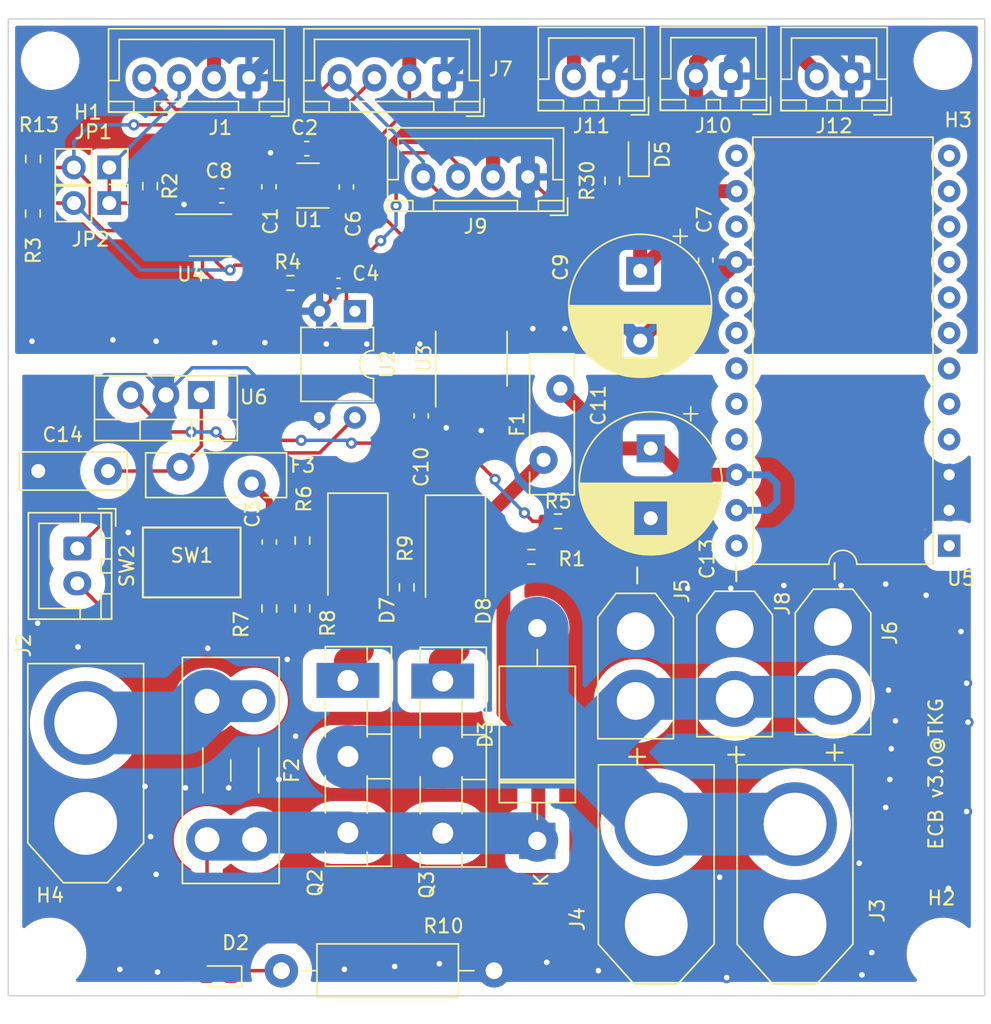
<source format=kicad_pcb>
(kicad_pcb (version 20211014) (generator pcbnew)
  (layers (0 "F.Cu" signal) (31 "B.Cu" signal) (34 "B.Paste" user) (35 "F.Paste" user) (36 "B.SilkS" user "B.Silkscreen") (37 "F.SilkS" user "F.Silkscreen") (38 "B.Mask" user) (39 "F.Mask" user) (44 "Edge.Cuts" user))
  (net 0 "")
  (net 1 "+3.3V")
  (net 2 "+BATT")
  (net 3 "Net-(C3-Pad2)")
  (net 4 "GNDPWR")
  (net 5 "/VoltageDetect")
  (net 6 "GND")
  (net 7 "Net-(D5-Pad1)")
  (net 8 "Net-(D7-Pad2)")
  (net 9 "Net-(D8-Pad2)")
  (net 10 "Net-(C4-Pad1)")
  (net 11 "Net-(D2-Pad1)")
  (net 12 "Net-(R4-Pad1)")
  (net 13 "Net-(D3-Pad2)")
  (net 14 "unconnected-(SW1-Pad1)")
  (net 15 "/PWON")
  (net 16 "Net-(F2-Pad1)")
  (net 17 "PW_Control")
  (net 18 "Net-(SW1-Pad2)")
  (net 19 "Net-(C2-Pad2)")
  (net 20 "/PWON2")
  (net 21 "+5V")
  (net 22 "+5VP")
  (net 23 "Net-(C11-Pad1)")
  (net 24 "Net-(C14-Pad1)")
  (net 25 "/PWON3")
  (net 27 "Net-(U4-Pad5)")
  (net 31 "Net-(R1-Pad2)")
  (footprint "Connector_PinHeader_2.54mm:PinHeader_1x02_P2.54mm_Vertical" (layer "F.Cu") (at 52.24 65.15 -90)
    (fp_text reference "JP1")
    (fp_text value "Jumper_2_Open")
  )
  (footprint "Connector_JST:JST_XH_B2B-XH-A_1x02_P2.50mm_Vertical" (layer "F.Cu") (at 105.45 58.625 180)
    (fp_text reference "J12")
    (fp_text value "JST XH")
  )
  (footprint "MountingHole:MountingHole_3.2mm_M3" (layer "F.Cu") (at 112 57.5)
    (fp_text reference "H3")
    (fp_text value "M3")
  )
  (footprint "Connector_JST:JST_XH_B2B-XH-A_1x02_P2.50mm_Vertical" (layer "F.Cu") (at 49.95 92.45 -90)
    (fp_text reference "SW2")
    (fp_text value "ESTOP_XH(JST)")
  )
  (footprint "Resistor_SMD:R_0603_1608Metric_Pad0.98x0.95mm_HandSolder" (layer "F.Cu") (at 46.78 64.5375 -90)
    (fp_text reference "R13")
    (fp_text value "1k")
  )
  (footprint "Resistor_SMD:R_0603_1608Metric_Pad0.98x0.95mm_HandSolder" (layer "F.Cu") (at 46.765 68.45 90)
    (fp_text reference "R3")
    (fp_text value "1k")
  )
  (footprint "Fuse:Fuseholder_Blade_Mini_Keystone_3568" (layer "F.Cu") (at 62.65 103.39 -90)
    (fp_text reference "F2")
    (fp_text value "Keystone Electronics 3568-10")
  )
  (footprint "Connector_AMASS:AMASS_XT60-F_1x02_P7.20mm_Vertical" (layer "F.Cu") (at 101.4 119.4 90)
    (fp_text reference "J3")
    (fp_text value "Output")
  )
  (footprint "Connector_JST:JST_XH_B4B-XH-A_1x04_P2.50mm_Vertical" (layer "F.Cu") (at 62.25 58.725 180)
    (fp_text reference "J1")
    (fp_text value "ControlInput")
  )
  (footprint "MountingHole:MountingHole_3.2mm_M3" (layer "F.Cu") (at 48 57.5)
    (fp_text reference "H1")
    (fp_text value "M3")
  )
  (footprint "Capacitor_SMD:C_0402_1005Metric_Pad0.74x0.62mm_HandSolder" (layer "F.Cu") (at 68.675 73.45 180)
    (fp_text reference "C4")
    (fp_text value "0.1u")
  )
  (footprint "Capacitor_SMD:C_0603_1608Metric_Pad1.08x0.95mm_HandSolder" (layer "F.Cu") (at 60.3 67.175 180)
    (fp_text reference "C8")
    (fp_text value "0.1uF")
  )
  (footprint "Resistor_THT:R_Axial_DIN0411_L9.9mm_D3.6mm_P15.24mm_Horizontal" (layer "F.Cu") (at 79.82 122.7 180)
    (fp_text reference "R10")
    (fp_text value "(DIP)4.7k")
  )
  (footprint "Capacitor_THT:CP_Radial_D10.0mm_P5.00mm" (layer "F.Cu") (at 90.3 72.557323 -90)
    (fp_text reference "C9")
    (fp_text value "(DIP)100uF")
  )
  (footprint "Fuse:Fuse_Bourns_MF-RG400" (layer "F.Cu") (at 62.45 87.8 180)
    (fp_text reference "F3")
    (fp_text value "Polyfuse(AKI-112911)")
  )
  (footprint "Package_DIP:DIP-24_W15.24mm" (layer "F.Cu") (at 112.45 92.25 180)
    (fp_text reference "U5")
    (fp_text value "MIWI10-24S05")
  )
  (footprint "Package_TO_SOT_THT:TO-220-3_Vertical" (layer "F.Cu") (at 58.84 81.45 180)
    (fp_text reference "U6")
    (fp_text value "BP5293-x")
  )
  (footprint "Capacitor_SMD:C_0603_1608Metric_Pad1.08x0.95mm_HandSolder" (layer "F.Cu") (at 94.55 88.3375 -90)
    (fp_text reference "C13")
    (fp_text value "0.1uF")
  )
  (footprint "Resistor_SMD:R_0603_1608Metric_Pad0.98x0.95mm_HandSolder" (layer "F.Cu") (at 63.7125 96.75 -90)
    (fp_text reference "R7")
    (fp_text value "TBD")
  )
  (footprint "Package_SO:SSOP-8_2.95x2.8mm_P0.65mm" (layer "F.Cu") (at 59.5 70)
    (fp_text reference "U4")
    (fp_text value "74LVC2G08")
  )
  (footprint "Diode_SMD:D_SMB_Handsoldering" (layer "F.Cu") (at 70.0625 93.0875 -90)
    (fp_text reference "D7")
    (fp_text value "U1ZB15")
  )
  (footprint "Diode_SMD:D_SMB_Handsoldering" (layer "F.Cu") (at 77.0625 93.2375 -90)
    (fp_text reference "D8")
    (fp_text value "U1ZB15")
  )
  (footprint "Diode_THT:D_DO-201_P15.24mm_Horizontal" (layer "F.Cu") (at 82.925 113.395 90)
    (fp_text reference "D3")
    (fp_text value "SBM1045VSS")
  )
  (footprint "Capacitor_SMD:C_0603_1608Metric_Pad1.08x0.95mm_HandSolder" (layer "F.Cu") (at 95 71.7875 -90)
    (fp_text reference "C7")
    (fp_text value "0.1uF")
  )
  (footprint "Resistor_SMD:R_0603_1608Metric_Pad0.98x0.95mm_HandSolder" (layer "F.Cu") (at 88.3 66.1 90)
    (fp_text reference "R30")
    (fp_text value "4.7k")
  )
  (footprint "Diode_SMD:D_0603_1608Metric_Pad1.05x0.95mm_HandSolder" (layer "F.Cu") (at 60.075 123.1 180)
    (fp_text reference "D2")
    (fp_text value "LED Red")
  )
  (footprint "Connector_JST:JST_XH_B2B-XH-A_1x02_P2.50mm_Vertical" (layer "F.Cu") (at 88.05 58.625 180)
    (fp_text reference "J11")
    (fp_text value "JST XH")
  )
  (footprint "Capacitor_SMD:C_0603_1608Metric_Pad1.08x0.95mm_HandSolder" (layer "F.Cu") (at 63.6875 66.5375 90)
    (fp_text reference "C1")
    (fp_text value "10uF")
  )
  (footprint "Capacitor_SMD:C_0603_1608Metric_Pad1.08x0.95mm_HandSolder" (layer "F.Cu") (at 69.2375 66.55 90)
    (fp_text reference "C6")
    (fp_text value "1uF")
  )
  (footprint "Capacitor_THT:CP_Radial_D10.0mm_P5.00mm" (layer "F.Cu") (at 91.05 85.282323 -90)
    (fp_text reference "C11")
    (fp_text value "(DIP)100uF")
  )
  (footprint "Connector_AMASS:AMASS_XT60-F_1x02_P7.20mm_Vertical" (layer "F.Cu") (at 91.45 119.4 90)
    (fp_text reference "J4")
    (fp_text value "Output")
  )
  (footprint "Package_SO:SOIC-8_3.9x4.9mm_P1.27mm" (layer "F.Cu") (at 78.2 78.85 90)
    (fp_text reference "U3")
    (fp_text value "Si8932")
  )
  (footprint "Connector_AMASS:AMASS_XT30U-F_1x02_P5.0mm_Vertical" (layer "F.Cu") (at 97.075 98.225 -90)
    (fp_text reference "J8")
    (fp_text value "Output")
  )
  (footprint "Resistor_SMD:R_0603_1608Metric_Pad0.98x0.95mm_HandSolder" (layer "F.Cu") (at 82.5 93.05)
    (fp_text reference "R1")
    (fp_text value "86.6k")
  )
  (footprint "Connector_AMASS:AMASS_XT30U-F_1x02_P5.0mm_Vertical" (layer "F.Cu") (at 89.975 98.375 -90)
    (fp_text reference "J5")
    (fp_text value "Output")
  )
  (footprint "Package_TO_SOT_THT:TO-3P-3_Vertical" (layer "F.Cu") (at 69.35 101.9 -90)
    (fp_text reference "Q2")
    (fp_text value "2SJ555")
  )
  (footprint "Capacitor_THT:C_Disc_D7.5mm_W2.5mm_P5.00mm" (layer "F.Cu") (at 52.15 86.9 180)
    (fp_text reference "C14")
    (fp_text value "(DIP)10uF50V")
  )
  (footprint "Connector_PinHeader_2.54mm:PinHeader_1x02_P2.54mm_Vertical" (layer "F.Cu") (at 52.24 67.7 -90)
    (fp_text reference "JP2")
    (fp_text value "Jumper_2_Open")
  )
  (footprint "XMYLIB:SSSS213202" (layer "F.Cu") (at 58.15 93.45 180)
    (fp_text reference "SW1")
    (fp_text value "SSSS213202")
  )
  (footprint "Fuse:Fuse_Bourns_MF-RG400" (layer "F.Cu") (at 83.375 86.1 90)
    (fp_text reference "F1")
    (fp_text value "Polyfuse")
  )
  (footprint "Connector_JST:JST_XH_B4B-XH-A_1x04_P2.50mm_Vertical" (layer "F.Cu") (at 82.25 65.825 180)
    (fp_text reference "J9")
    (fp_text value "ControlInput")
  )
  (footprint "Capacitor_SMD:C_0603_1608Metric_Pad1.08x0.95mm_HandSolder" (layer "F.Cu") (at 63.7125 91.9875 -90)
    (fp_text reference "C3")
    (fp_text value "0.1uF(1608)")
  )
  (footprint "Resistor_SMD:R_0603_1608Metric_Pad0.98x0.95mm_HandSolder" (layer "F.Cu") (at 66.0875 91.8875 -90)
    (fp_text reference "R6")
    (fp_text value "10k")
  )
  (footprint "Connector_AMASS:AMASS_XT30U-F_1x02_P5.0mm_Vertical" (layer "F.Cu") (at 104.125 98.075 -90)
    (fp_text reference "J6")
    (fp_text value "Output")
  )
  (footprint "Resistor_SMD:R_0603_1608Metric_Pad0.98x0.95mm_HandSolder" (layer "F.Cu") (at 84.4125 90.5)
    (fp_text reference "R5")
    (fp_text value "6.8k")
  )
  (footprint "Connector_AMASS:AMASS_XT60-M_1x02_P7.20mm_Vertical" (layer "F.Cu") (at 50.55 112.15 90)
    (fp_text reference "J2")
    (fp_text value "Battery IN")
  )
  (footprint "Connector_JST:JST_XH_B4B-XH-A_1x04_P2.50mm_Vertical" (layer "F.Cu") (at 76.25 58.725 180)
    (fp_text reference "J7")
    (fp_text value "ControlInput")
  )
  (footprint "MountingHole:MountingHole_3.2mm_M3" (layer "F.Cu") (at 112 121.5)
    (fp_text reference "H2")
    (fp_text value "M3")
  )
  (footprint "Resistor_SMD:R_0603_1608Metric_Pad0.98x0.95mm_HandSolder" (layer "F.Cu") (at 65.225 73.425)
    (fp_text reference "R4")
    (fp_text value "1k")
  )
  (footprint "Resistor_SMD:R_0603_1608Metric_Pad0.98x0.95mm_HandSolder" (layer "F.Cu") (at 55.165 66.4875 -90)
    (fp_text reference "R2")
    (fp_text value "1k")
  )
  (footprint "Resistor_SMD:R_0603_1608Metric_Pad0.98x0.95mm_HandSolder" (layer "F.Cu") (at 66.0875 96.75 -90)
    (fp_text reference "R8")
    (fp_text value "51")
  )
  (footprint "Diode_SMD:D_0603_1608Metric_Pad1.05x0.95mm_HandSolder" (layer "F.Cu") (at 90.2 64.125 90)
    (fp_text reference "D5")
    (fp_text value "LED Blue")
  )
  (footprint "Connector_JST:JST_XH_B2B-XH-A_1x02_P2.50mm_Vertical" (layer "F.Cu") (at 96.8 58.6 180)
    (fp_text reference "J10")
    (fp_text value "JST XH")
  )
  (footprint "Capacitor_SMD:C_0603_1608Metric_Pad1.08x0.95mm_HandSolder" (layer "F.Cu") (at 74.6 82.95 -90)
    (fp_text reference "C10")
    (fp_text value "0.1uF")
  )
  (footprint "Resistor_SMD:R_0603_1608Metric_Pad0.98x0.95mm_HandSolder" (layer "F.Cu") (at 73.5625 95.2375 -90)
    (fp_text reference "R9")
    (fp_text value "51")
  )
  (footprint "MountingHole:MountingHole_3.2mm_M3" (layer "F.Cu") (at 48 121.5)
    (fp_text reference "H4")
    (fp_text value "M3")
  )
  (footprint "Package_TO_SOT_THT:TO-3P-3_Vertical" (layer "F.Cu") (at 76.15 101.95 -90)
    (fp_text reference "Q3")
    (fp_text value "2SJ555")
  )
  (footprint "Package_SO:TSOP-5_1.65x3.05mm_P0.95mm" (layer "F.Cu") (at 66.4875 66.45 180)
    (fp_text reference "U1")
    (fp_text value "TAR5SB33")
  )
  (footprint "Capacitor_SMD:C_0603_1608Metric_Pad1.08x0.95mm_HandSolder" (layer "F.Cu") (at 66.4 63.8 180)
    (fp_text reference "C2")
    (fp_text value "0.01uF")
  )
  (footprint "Package_DIP:DIP-4_W7.62mm" (layer "F.Cu") (at 69.85 75.45 -90)
    (fp_text reference "U2")
    (fp_text value "PC817")
  )
  (gr_rect (start 45 124.5) (end 115 54.5) (layer "Edge.Cuts") (width 0.1) (fill none))
  (gr_text "ECB v3.0@TKG" (at 111.5 108.6 90) (layer "F.SilkS") (effects (font (size 1 1))))
  (segment (start 62.275 69.025) (end 62.4 68.9) (width 0.25) (layer "F.Cu") (net 1))
  (segment (start 63.4625 67.175) (end 63.6875 67.4) (width 0.25) (layer "F.Cu") (net 1))
  (segment (start 62.4 68.4125) (end 61.1625 67.175) (width 0.25) (layer "F.Cu") (net 1))
  (segment (start 61.2 69.025) (end 62.275 69.025) (width 0.25) (layer "F.Cu") (net 1))
  (segment (start 62.4 68.9) (end 62.4 68.4125) (width 0.25) (layer "F.Cu") (net 1))
  (segment (start 61.1625 67.175) (end 63.4625 67.175) (width 0.25) (layer "F.Cu") (net 1))
  (segment (start 63.6875 67.4) (end 65.3275 67.4) (width 0.25) (layer "F.Cu") (net 1))
  (segment (start 59.2 123.1) (end 59.25 123.05) (width 0.25) (layer "F.Cu") (net 2))
  (segment (start 79.1625 92.6375) (end 77.0625 90.5375) (width 1) (layer "F.Cu") (net 2))
  (segment (start 83 106.7) (end 83 113.32) (width 1) (layer "F.Cu") (net 2))
  (segment (start 59.25 123.05) (end 59.25 113.31) (width 0.25) (layer "F.Cu") (net 2))
  (segment (start 70.0625 90.3875) (end 66.675 90.3875) (width 0.5) (layer "F.Cu") (net 2))
  (segment (start 79.8 92) (end 79.8 89.675) (width 1) (layer "F.Cu") (net 2))
  (segment (start 66.675 90.3875) (end 66.0875 90.975) (width 0.5) (layer "F.Cu") (net 2))
  (segment (start 80.5 93.975) (end 79.1625 92.6375) (width 1) (layer "F.Cu") (net 2))
  (segment (start 80.5 94.5) (end 80.5 93.975) (width 1) (layer "F.Cu") (net 2))
  (segment (start 70.2125 90.5375) (end 70.0625 90.3875) (width 0.5) (layer "F.Cu") (net 2))
  (segment (start 65.9375 91.125) (end 66.0875 90.975) (width 0.5) (layer "F.Cu") (net 2))
  (segment (start 80.5 104.2) (end 83 106.7) (width 1) (layer "F.Cu") (net 2))
  (segment (start 79.8 89.675) (end 83.375 86.1) (width 1) (layer "F.Cu") (net 2))
  (segment (start 63.7125 91.125) (end 63.7125 89.0625) (width 0.5) (layer "F.Cu") (net 2))
  (segment (start 79.1625 92.6375) (end 79.8 92) (width 1) (layer "F.Cu") (net 2))
  (segment (start 81.5875 93.05) (end 81.5875 93.4125) (width 0.5) (layer "F.Cu") (net 2))
  (segment (start 63.7125 91.125) (end 65.9375 91.125) (width 0.5) (layer "F.Cu") (net 2))
  (segment (start 83 113.32) (end 82.925 113.395) (width 1) (layer "F.Cu") (net 2))
  (segment (start 77.0625 90.5375) (end 70.2125 90.5375) (width 1) (layer "F.Cu") (net 2))
  (segment (start 63.7125 89.0625) (end 62.45 87.8) (width 0.5) (layer "F.Cu") (net 2))
  (segment (start 81.5875 93.4125) (end 80.5 94.5) (width 1) (layer "F.Cu") (net 2))
  (segment (start 80.5 94.5) (end 80.5 104.2) (width 1) (layer "F.Cu") (net 2))
  (segment (start 69.4 112.85) (end 69.35 112.8) (width 3) (layer "B.Cu") (net 2))
  (segment (start 69.35 112.8) (end 63.16 112.8) (width 3) (layer "B.Cu") (net 2))
  (segment (start 63.16 112.8) (end 62.65 113.31) (width 3) (layer "B.Cu") (net 2))
  (segment (start 62.65 113.31) (end 59.25 113.31) (width 3) (layer "B.Cu") (net 2))
  (segment (start 82.38 112.85) (end 82.925 113.395) (width 3) (layer "B.Cu") (net 2))
  (segment (start 76.15 112.85) (end 82.38 112.85) (width 3) (layer "B.Cu") (net 2))
  (segment (start 76.15 112.85) (end 69.4 112.85) (width 3) (layer "B.Cu") (net 2))
  (segment (start 68.7375 93.1875) (end 72.4875 93.1875) (width 0.25) (layer "F.Cu") (net 3))
  (segment (start 66.0875 95.8375) (end 68.7375 93.1875) (width 0.25) (layer "F.Cu") (net 3))
  (segment (start 72.4875 93.1875) (end 73.5625 94.2625) (width 0.25) (layer "F.Cu") (net 3))
  (segment (start 66.0875 92.8) (end 63.7625 92.8) (width 0.25) (layer "F.Cu") (net 3))
  (segment (start 66.0875 95.8375) (end 66.0875 92.8) (width 0.25) (layer "F.Cu") (net 3))
  (segment (start 73.5625 94.2625) (end 73.5625 94.325) (width 0.25) (layer "F.Cu") (net 3))
  (segment (start 63.7125 92.85) (end 63.7125 95.8375) (width 0.25) (layer "F.Cu") (net 3))
  (segment (start 63.7625 92.8) (end 63.7125 92.85) (width 0.25) (layer "F.Cu") (net 3))
  (segment (start 91.05 90.282323) (end 91.025 90.257323) (width 0.25) (layer "F.Cu") (net 4))
  (segment (start 85.5 90.325) (end 85.325 90.5) (width 0.25) (layer "F.Cu") (net 4))
  (segment (start 55.65 91.3) (end 53.6 91.3) (width 0.25) (layer "F.Cu") (net 4))
  (segment (start 111.4 109) (end 108.2 109) (width 0.25) (layer "F.Cu") (net 4))
  (segment (start 65.6 101) (end 65.6 105.9) (width 0.25) (layer "F.Cu") (net 4))
  (segment (start 54.9 109.6) (end 54.8 109.5) (width 0.25) (layer "F.Cu") (net 4))
  (segment (start 74.6 83.8125) (end 76.3875 83.8125) (width 0.25) (layer "F.Cu") (net 4))
  (segment (start 112.4 116.8) (end 112.4 115.5) (width 0.25) (layer "F.Cu") (net 4))
  (segment (start 55.2 113.1) (end 55.2 115.4) (width 0.25) (layer "F.Cu") (net 4))
  (segment (start 85.4 120.3) (end 83.6 122.1) (width 0.25) (layer "F.Cu") (net 4))
  (segment (start 108.3 105.1) (end 108.6 104.8) (width 0.25) (layer "F.Cu") (net 4))
  (segment (start 96 122.7) (end 96.5 123.2) (width 0.25) (layer "F.Cu") (net 4))
  (segment (start 78.9 84) (end 80.105 82.795) (width 0.25) (layer "F.Cu") (net 4))
  (segment (start 92.132323 89.2) (end 94.55 89.2) (width 0.5) (layer "F.Cu") (net 4))
  (segment (start 113.7 111.3) (end 111.4 109) (width 0.25) (layer "F.Cu") (net 4))
  (segment (start 108.7 95.8) (end 107.9 95) (width 0.25) (layer "F.Cu") (net 4))
  (segment (start 85.567677 90.257323) (end 85.325 90.5) (width 0.25) (layer "F.Cu") (net 4))
  (segment (start 80.105 82.795) (end 80.105 81.325) (width 0.25) (layer "F.Cu") (net 4))
  (segment (start 76.3875 83.8125) (end 76.4 83.8) (width 0.25) (layer "F.Cu") (net 4))
  (segment (start 110.8 95.8) (end 108.7 95.8) (width 0.25) (layer "F.Cu") (net 4))
  (segment (start 108.1 102.6) (end 112.3 98.4) (width 0.25) (layer "F.Cu") (net 4))
  (segment (start 91.025 90.257323) (end 85.567677 90.257323) (width 0.25) (layer "F.Cu") (net 4))
  (segment (start 103 123) (end 106.2 123) (width 0.25) (layer "F.Cu") (net 4))
  (segment (start 113.8 102.2) (end 113.7 102.1) (width 0.25) (layer "F.Cu") (net 4))
  (segment (start 53 122.6) (end 55.5 122.6) (width 0.25) (layer "F.Cu") (net 4))
  (segment (start 47.15 97.75) (end 47.1 97.8) (width 0.25) (layer "F.Cu") (net 4))
  (segment (start 106.9 115.9) (end 106 115) (width 0.25) (layer "F.Cu") (net 4))
  (segment (start 96.8 95.3) (end 93.7 95.3) (width 0.25) (layer "F.Cu") (net 4))
  (segment (start 104.7 95.1) (end 100.6 95.1) (width 0.25) (layer "F.Cu") (net 4))
  (segment (start 85.4 116) (end 85.4 120.3) (width 0.25) (layer "F.Cu") (net 4))
  (segment (start 72.5 122.6) (end 72.7 122.4) (width 0.25) (layer "F.Cu") (net 4))
  (segment (start 82.1 116) (end 85.4 116) (width 0.25) (layer "F.Cu") (net 4))
  (segment (start 63.8 109.6) (end 60.8 109.6) (width 0.25) (layer "F.Cu") (net 4))
  (segment (start 55.2 115.4) (end 55.6 115.8) (width 0.25) (layer "F.Cu") (net 4))
  (segment (start 75.9 122.2) (end 82.1 116) (width 0.25) (layer "F.Cu") (net 4))
  (segment (start 55.5 122.6) (end 55.7 122.8) (width 0.25) (layer "F.Cu") (net 4))
  (segment (start 87.3 122.7) (end 96 122.7) (width 0.25) (layer "F.Cu") (net 4))
  (segment (start 50 99.5) (end 59.2 99.5) (width 0.25) (layer "F.Cu") (net 4))
  (segment (start 108.3 106.8) (end 108.3 105.1) (width 0.25) (layer "F.Cu") (net 4))
  (segment (start 84.4 84) (end 85.5 85.1) (width 0.25) (layer "F.Cu") (net 4))
  (segment (start 96 116) (end 103 123) (width 0.25) (layer "F.Cu") (net 4))
  (segment (start 64.4 109) (end 63.8 109.6) (width 0.25) (layer "F.Cu") (net 4))
  (segment (start 57.7 109.6) (end 54.9 109.6) (width 0.25) (layer "F.Cu") (net 4))
  (segment (start 59.2 99.5) (end 59.3 99.6) (width 0.25) (layer "F.Cu") (net 4))
  (segment (start 113.8 104.9) (end 113.8 102.2) (width 0.25) (layer "F.Cu") (net 4))
  (segment (start 91.05 90.282323) (end 92.132323 89.2) (width 0.5) (layer "F.Cu") (net 4))
  (segment (start 47.15 86.9) (end 47.15 97.75) (width 0.25) (layer "F.Cu") (net 4))
  (segment (start 69.1 122.6) (end 72.5 122.6) (width 0.25) (layer "F.Cu") (net 4))
  (segment (start 85.5 85.1) (end 85.5 90.325) (width 0.25) (layer "F.Cu") (net 4))
  (segment (start 112.3 98.4) (end 113.3 98.4) (width 0.25) (layer "F.Cu") (net 4))
  (segment (start 65 100.4) (end 65.6 101) (width 0.25) (layer "F.Cu") (net 4))
  (segment (start 78.9 84) (end 84.4 84) (width 0.25) (layer "F.Cu") (net 4))
  (segment (start 112.4 115.5) (end 107.9 111) (width 0.25) (layer "F.Cu") (net 4))
  (segment (start 55.65 95.6) (end 55.65 91.3) (width 0.25) (layer "F.Cu") (net 4))
  (segment (start 106.9 121.4) (end 106.9 115.9) (width 0.25) (layer "F.Cu") (net 4))
  (via (at 76.4 83.8) (size 0.8) (drill 0.4) (layers "F.Cu" "B.Cu") (net 4))
  (via (at 96.8 95.3) (size 0.8) (drill 0.4) (layers "F.Cu" "B.Cu") (net 4))
  (via (at 100.6 95.1) (size 0.8) (drill 0.4) (layers "F.Cu" "B.Cu") (net 4))
  (via (at 106.2 123) (size 0.8) (drill 0.4) (layers "F.Cu" "B.Cu") (net 4))
  (via (at 83.6 122.1) (size 0.8) (drill 0.4) (layers "F.Cu" "B.Cu") (net 4))
  (via (at 110.8 95.8) (size 0.8) (drill 0.4) (layers "F.Cu" "B.Cu") (net 4))
  (via (at 55.6 115.8) (size 0.8) (drill 0.4) (layers "F.Cu" "B.Cu") (net 4))
  (via (at 108.3 106.8) (size 0.8) (drill 0.4) (layers "F.Cu" "B.Cu") (net 4))
  (via (at 107.9 95) (size 0.8) (drill 0.4) (layers "F.Cu" "B.Cu") (net 4))
  (via (at 69.1 122.6) (size 0.8) (drill 0.4) (layers "F.Cu" "B.Cu") (net 4))
  (via (at 87.3 122.7) (size 0.8) (drill 0.4) (layers "F.Cu" "B.Cu") (net 4))
  (via (at 52.95 116.85) (size 0.8) (drill 0.4) (layers "F.Cu" "B.Cu") (net 4))
  (via (at 107.9 111) (size 0.8) (drill 0.4) (layers "F.Cu" "B.Cu") (net 4))
  (via (at 57.7 109.6) (size 0.8) (drill 0.4) (layers "F.Cu" "B.Cu") (net 4))
  (via (at 53.6 91.3) (size 0.8) (drill 0.4) (layers "F.Cu" "B.Cu") (net 4))
  (via (at 104.7 95.1) (size 0.8) (drill 0.4) (layers "F.Cu" "B.Cu") (net 4))
  (via (at 64.4 109) (size 0.8) (drill 0.4) (layers "F.Cu" "B.Cu") (net 4))
  (via (at 47.1 97.8) (size 0.8) (drill 0.4) (layers "F.Cu" "B.Cu") (net 4))
  (via (at 50 99.5) (size 0.8) (drill 0.4) (layers "F.Cu" "B.Cu") (net 4))
  (via (at 65.6 105.9) (size 0.8) (drill 0.4) (layers "F.Cu" "B.Cu") (net 4))
  (via (at 108.1 102.6) (size 0.8) (drill 0.4) (layers "F.Cu" "B.Cu") (net 4))
  (via (at 53 122.6) (size 0.8) (drill 0.4) (layers "F.Cu" "B.Cu") (net 4))
  (via (at 108.2 109) (size 0.8) (drill 0.4) (layers "F.Cu" "B.Cu") (net 4))
  (via (at 113.8 104.9) (size 0.8) (drill 0.4) (layers "F.Cu" "B.Cu") (net 4))
  (via (at 65 100.4) (size 0.8) (drill 0.4) (layers "F.Cu" "B.Cu") (net 4))
  (via (at 113.3 98.4) (size 0.8) (drill 0.4) (layers "F.Cu" "B.Cu") (net 4))
  (via (at 55.7 122.8) (size 0.8) (drill 0.4) (layers "F.Cu" "B.Cu") (net 4))
  (via (at 72.7 122.4) (size 0.8) (drill 0.4) (layers "F.Cu" "B.Cu") (net 4))
  (via (at 112.4 116.8) (size 0.8) (drill 0.4) (layers "F.Cu" "B.Cu") (net 4))
  (via (at 106 115) (size 0.8) (drill 0.4) (layers "F.Cu" "B.Cu") (net 4))
  (via (at 59.3 99.6) (size 0.8) (drill 0.4) (layers "F.Cu" "B.Cu") (net 4))
  (via (at 96 116) (size 0.8) (drill 0.4) (layers "F.Cu" "B.Cu") (net 4))
  (via (at 55.2 113.1) (size 0.8) (drill 0.4) (layers "F.Cu" "B.Cu") (net 4))
  (via (at 54.8 109.5) (size 0.8) (drill 0.4) (layers "F.Cu" "B.Cu") (net 4))
  (via (at 106.9 121.4) (size 0.8) (drill 0.4) (layers "F.Cu" "B.Cu") (net 4))
  (via (at 108.6 104.8) (size 0.8) (drill 0.4) (layers "F.Cu" "B.Cu") (net 4))
  (via (at 93.7 95.3) (size 0.8) (drill 0.4) (layers "F.Cu" "B.Cu") (net 4))
  (via (at 113.7 111.3) (size 0.8) (drill 0.4) (layers "F.Cu" "B.Cu") (net 4))
  (via (at 75.9 122.2) (size 0.8) (drill 0.4) (layers "F.Cu" "B.Cu") (net 4))
  (via (at 78.9 84) (size 0.8) (drill 0.4) (layers "F.Cu" "B.Cu") (net 4))
  (via (at 60.8 109.6) (size 0.8) (drill 0.4) (layers "F.Cu" "B.Cu") (net 4))
  (via (at 96.5 123.2) (size 0.8) (drill 0.4) (layers "F.Cu" "B.Cu") (net 4))
  (via (at 113.7 102.1) (size 0.8) (drill 0.4) (layers "F.Cu" "B.Cu") (net 4))
  (segment (start 67.31 83.07) (end 65.67 83.07) (width 0.25) (layer "B.Cu") (net 4))
  (segment (start 110.6 115) (end 112.4 116.8) (width 0.25) (layer "B.Cu") (net 4))
  (segment (start 103.975 98.225) (end 104.125 98.075) (width 3) (layer "B.Cu") (net 4))
  (segment (start 108.6 104.8) (end 113.7 104.8) (width 0.25) (layer "B.Cu") (net 4))
  (segment (start 107.9 111) (end 113.4 111) (width 0.25) (layer "B.Cu") (net 4))
  (segment (start 56.3 81.45) (end 54.85 80) (width 0.25) (layer "B.Cu") (net 4))
  (segment (start 53.1 91.3) (end 48.7 86.9) (width 0.25) (layer "B.Cu") (net 4))
  (segment (start 108.2 106.9) (end 108.3 106.8) (width 0.25) (layer "B.Cu") (net 4))
  (segment (start 113.3 98.4) (end 110.8 95.9) (width 0.25) (layer "B.Cu") (net 4))
  (segment (start 104.125 98.075) (end 108.675 98.075) (width 3) (layer "B.Cu") (net 4))
  (segment (start 94.775 98.375) (end 96.925 98.375) (width 3) (layer "B.Cu") (net 4))
  (segment (start 65.67 83.07) (end 62.1 79.5) (width 0.25) (layer "B.Cu") (net 4))
  (segment (start 106.2 122.1) (end 106.9 121.4) (width 0.25) (layer "B.Cu") (net 4))
  (segment (start 50.55 112.15) (end 50.55 114.45) (width 4.5) (layer "B.Cu") (net 4))
  (segment (start 65.6 105.9) (end 65.6 107.8) (width 0.25) (layer "B.Cu") (net 4))
  (segment (start 80.9 118.5) (end 90.55 118.5) (width 4.5) (layer "B.Cu") (net 4))
  (segment (start 96.5 123.2) (end 96 122.7) (width 0.25) (layer "B.Cu") (net 4))
  (segment (start 47.1 97.8) (end 48.8 99.5) (width 0.25) (layer "B.Cu") (net 4))
  (segment (start 97 95.1) (end 96.8 95.3) (width 0.25) (layer "B.Cu") (net 4))
  (segment (start 72.7 122.4) (end 75.7 122.4) (width 0.25) (layer "B.Cu") (net 4))
  (segment (start 79.82 119.58) (end 80.9 118.5) (width 0.25) (layer "B.Cu") (net 4))
  (segment (start 62.1 79.5) (end 58.1875 79.5) (width 0.25) (layer "B.Cu") (net 4))
  (segment (start 55.6 115.8) (end 54.55 116.85) (width 0.25) (layer "B.Cu") (net 4))
  (segment (start 58.1875 79.5) (end 56.3 81.3875) (width 0.25) (layer "B.Cu") (net 4))
  (segment (start 96.925 98.375) (end 97.075 98.225) (width 3) (layer "B.Cu") (net 4))
  (segment (start 113.7 104.8) (end 113.8 104.9) (width 0.25) (layer "B.Cu") (net 4))
  (segment (start 74.545 81.945) (end 68.435 81.945) (width 0.25) (layer "B.Cu") (net 4))
  (segment (start 68.435 81.945) (end 67.31 83.07) (width 0.25) (layer "B.Cu") (net 4))
  (segment (start 111.53 87.17) (end 111 87.7) (width 0.5) (layer "B.Cu") (net 4))
  (segment (start 111.1 113.4) (end 105.1 119.4) (width 3) (layer "B.Cu") (net 4))
  (segment (start 111 89) (end 111 91.2) (width 0.5) (layer "B.Cu") (net 4))
  (segment (start 105.1 119.4) (end 101.4 119.4) (width 3) (layer "B.Cu") (net 4))
  (segment (start 54.8 109.5) (end 55.2 109.9) (width 0.25) (layer "B.Cu") (net 4))
  (segment (start 111 89) (end 111.71 89.71) (width 0.5) (layer "B.Cu") (net 4))
  (segment (start 111.1 100.5) (end 111.1 113.4) (width 3) (layer "B.Cu") (net 4))
  (segment (start 53 116.9) (end 53 122.6) (width 0.25) (layer "B.Cu") (net 4))
  (segment (start 64.2 99.6) (end 65 100.4) (width 0.25) (layer "B.Cu") (net 4))
  (segment (start 69.1 118.8) (end 69.1 122.6) (width 0.25) (layer "B.Cu") (net 4))
  (segment (start 111 91.2) (end 104.125 98.075) (width 0.5) (layer "B.Cu") (net 4))
  (segment (start 108.6 102.1) (end 108.1 102.6) (width 0.25) (layer "B.Cu") (net 4))
  (segment (start 91.45 119.4) (end 101.4 119.4) (width 4.5) (layer "B.Cu") (net 4))
  (segment (start 54.6 118.5) (end 80.9 118.5) (width 4.5) (layer "B.Cu") (net 4))
  (segment (start 54.85 80) (end 51.9 80) (width 0.25) (layer "B.Cu") (net 4))
  (segment (start 47.15 84.75) (end 47.15 86.9) (width 0.25) (layer "B.Cu") (net 4))
  (segment (start 54.55 116.85) (end 52.95 116.85) (width 0.25) (layer "B.Cu") (net 4))
  (segment (start 113.4 111) (end 113.7 111.3) (width 0.25) (layer "B.Cu") (net 4))
  (segment (start 51.9 80) (end 47.15 84.75) (width 0.25) (layer "B.Cu") (net 4))
  (segment (start 75.7 122.4) (end 75.9 122.2) (width 0.25) (layer "B.Cu") (net 4))
  (segment (start 107.9 95) (end 104.8 95) (width 0.25) (layer "B.Cu") (net 4))
  (segment (start 78.9 84) (end 78.7 83.8) (width 0.25) (layer "B.Cu") (net 4))
  (segment (start 96 122.7) (end 96 116) (width 0.25) (layer "B.Cu") (net 4))
  (segment (start 55.6 115.8) (end 66.1 115.8) (width 0.25) (layer "B.Cu") (net 4))
  (segment (start 113.7 102.1) (end 108.6 102.1) (width 0.25) (layer "B.Cu") (net 4))
  (segment (start 66.1 115.8) (end 69.1 118.8) (width 0.25) (layer "B.Cu") (net 4))
  (segment (start 108.675 98.075) (end 111.1 100.5) (width 3) (layer "B.Cu") (net 4))
  (segment (start 97.075 98.225) (end 103.975 98.225) (width 3) (layer "B.Cu") (net 4))
  (segment (start 55.2 109.9) (end 55.2 113.1) (width 0.25) (layer "B.Cu") (net 4))
  (segment (start 78.7 83.8) (end 76.4 83.8) (width 0.25) (layer "B.Cu") (net 4))
  (segment (start 110.8 95.9) (end 110.8 95.8) (width 0.25) (layer "B.Cu") (net 4))
  (segment (start 108.2 109) (end 108.2 106.9) (width 0.25) (layer "B.Cu") (net 4))
  (segment (start 111.71 89.71) (end 112.45 89.71) (width 0.5) (layer "B.Cu") (net 4))
  (segment (start 53.6 91.3) (end 53.1 91.3) (width 0.25) (layer "B.Cu") (net 4))
  (segment (start 48.7 86.9) (end 47.15 86.9) (width 0.25) (layer "B.Cu") (net 4))
  (segment (start 50.55 114.45) (end 52.95 116.85) (width 4.5) (layer "B.Cu") (net 4))
  (segment (start 106 115) (end 110.6 115) (width 0.25) (layer "B.Cu") (net 4))
  (segment (start 106.2 123) (end 106.2 122.1) (width 0.25) (layer "B.Cu") (net 4))
  (segment (start 83.6 122.1) (end 84.2 122.7) (width 0.25) (layer "B.Cu") (net 4))
  (segment (start 79.82 122.7) (end 79.82 119.58) (width 0.25) (layer "B.Cu") (net 4))
  (segment (start 52.95 116.85) (end 53 116.9) (width 0.25) (layer "B.Cu") (net 4))
  (segment (start 89.975 98.375) (end 94.775 98.375) (width 3) (layer "B.Cu") (net 4))
  (segment (start 84.2 122.7) (end 87.3 122.7) (width 0.25) (layer "B.Cu") (net 4))
  (segment (start 89.975 98.375) (end 89.975 91.357323) (width 3) (layer "B.Cu") (net 4))
  (segment (start 76.4 83.8) (end 74.545 81.945) (width 0.25) (layer "B.Cu") (net 4))
  (segment (start 65.6 107.8) (end 64.4 109) (width 0.25) (layer "B.Cu") (net 4))
  (segment (start 112.45 87.17) (end 111.53 87.17) (width 0.5) (layer "B.Cu") (net 4))
  (segment (start 89.975 91.357323) (end 91.05 90.282323) (width 3) (layer "B.Cu") (net 4))
  (segment (start 52.95 116.85) (end 54.6 118.5) (width 4.5) (layer "B.Cu") (net 4))
  (segment (start 111 87.7) (end 111 89) (width 0.5) (layer "B.Cu") (net 4))
  (segment (start 59.3 99.6) (end 64.2 99.6) (width 0.25) (layer "B.Cu") (net 4))
  (segment (start 100.6 95.1) (end 97 95.1) (width 0.25) (layer "B.Cu") (net 4))
  (segment (start 90.55 118.5) (end 91.45 119.4) (width 4.5) (layer "B.Cu") (net 4))
  (segment (start 104.8 95) (end 104.7 95.1) (width 0.25) (layer "B.Cu") (net 4))
  (segment (start 56.3 81.3875) (end 56.3 81.45) (width 0.25) (layer "B.Cu") (net 4))
  (segment (start 48.8 99.5) (end 50 99.5) (width 0.25) (layer "B.Cu") (net 4))
  (segment (start 60.8 109.6) (end 57.7 109.6) (width 0.25) (layer "B.Cu") (net 4))
  (segment (start 66.1 61) (end 57.025 61) (width 0.25) (layer "F.Cu") (net 5))
  (segment (start 68.375 58.725) (end 66.1 61) (width 0.25) (layer "F.Cu") (net 5))
  (segment (start 57.025 61) (end 54.75 58.725) (width 0.25) (layer "F.Cu") (net 5))
  (segment (start 77.565 76.375) (end 77.565 68.64) (width 0.25) (layer "F.Cu") (net 5))
  (segment (start 77.565 68.64) (end 74.75 65.825) (width 0.25) (layer "F.Cu") (net 5))
  (segment (start 68.75 58.725) (end 68.375 58.725) (width 0.25) (layer "F.Cu") (net 5))
  (segment (start 74.75 64.725) (end 68.75 58.725) (width 0.25) (layer "B.Cu") (net 5))
  (segment (start 74.75 65.825) (end 74.75 64.725) (width 0.25) (layer "B.Cu") (net 5))
  (segment (start 67.31 77.31) (end 67.8 77.8) (width 0.25) (layer "F.Cu") (net 6))
  (segment (start 66.4625 63) (end 64.9 63) (width 0.25) (layer "F.Cu") (net 6))
  (segment (start 60.9375 65.675) (end 63.6875 65.675) (width 0.25) (layer "F.Cu") (net 6))
  (segment (start 67.2625 63.8) (end 66.4625 63) (width 0.25) (layer "F.Cu") (net 6))
  (segment (start 59.4375 67.175) (end 58.225 67.175) (width 0.25) (layer "F.Cu") (net 6))
  (segment (start 88.3 67.0125) (end 83.4375 67.0125) (width 0.25) (layer "F.Cu") (net 6))
  (segment (start 78.835 74.565) (end 79.1 74.3) (width 0.25) (layer "F.Cu") (net 6))
  (segment (start 83.4375 67.0125) (end 82.25 65.825) (width 0.25) (layer "F.Cu") (net 6))
  (segment (start 63.5 77.8) (end 63.4 77.7) (width 0.25) (layer "F.Cu") (net 6))
  (segment (start 68.1075 73.45) (end 68.1075 74.6525) (width 0.25) (layer "F.Cu") (net 6))
  (segment (start 53.215 63.625) (end 55.165 65.575) (width 0.25) (layer "F.Cu") (net 6))
  (segment (start 80.105 76.375) (end 82.275 76.375) (width 0.25) (layer "F.Cu") (net 6))
  (segment (start 56.765 67.175) (end 55.165 65.575) (width 0.25) (layer "F.Cu") (net 6))
  (segment (start 64.4625 66.45) (end 66.85 66.45) (width 0.25) (layer "F.Cu") (net 6))
  (segment (start 79.8 74.3) (end 79.85 74.35) (width 0.25) (layer "F.Cu") (net 6))
  (segment (start 67.2625 63.8) (end 67.2625 64.3375) (width 0.25) (layer "F.Cu") (net 6))
  (segment (start 66.5 65.1) (end 66.5 66.1) (width 0.25) (layer "F.Cu") (net 6))
  (segment (start 67.8 77.8) (end 70.7 77.8) (width 0.25) (layer "F.Cu") (net 6))
  (segment (start 63.6875 65.675) (end 64.4625 66.45) (width 0.25) (layer "F.Cu") (net 6))
  (segment (start 45.7 68.9) (end 45.7 64.705) (width 0.25) (layer "F.Cu") (net 6))
  (segment (start 67.31 75.45) (end 52.8525 75.45) (width 0.25) (layer "F.Cu") (net 6))
  (segment (start 59.4375 67.175) (end 56.765 67.175) (width 0.25) (layer "F.Cu") (net 6))
  (segment (start 66.5 66.1) (end 66.85 66.45) (width 0.25) (layer "F.Cu") (net 6))
  (segment (start 95 72.65) (end 95 72.857323) (width 1) (layer "F.Cu") (net 6))
  (segment (start 46.1625 69.3625) (end 45.7 68.9) (width 0.25) (layer "F.Cu") (net 6))
  (segment (start 80.105 74.605) (end 80.105 76.375) (width 0.25) (layer "F.Cu") (net 6))
  (segment (start 46.765 69.3625) (end 46.1625 69.3625) (width 0.25) (layer "F.Cu") (net 6))
  (segment (start 67.8 77.8) (end 63.5 77.8) (width 0.25) (layer "F.Cu") (net 6))
  (segment (start 58.225 67.175) (end 57.6 67.8) (width 0.25) (layer "F.Cu") (net 6))
  (segment (start 82.275 76.375) (end 82.6 76.7) (width 0.25) (layer "F.Cu") (net 6))
  (segment (start 55.7 77.7) (end 55.6 77.6) (width 0.25) (layer "F.Cu") (net 6))
  (segment (start 66.85 66.45) (end 67.6475 66.45) (width 0.25) (layer "F.Cu") (net 6))
  (segment (start 63.6875 65.675) (end 63.6875 64.2125) (width 0.25) (layer "F.Cu") (net 6))
  (segment (start 78.835 76.375) (end 78.835 74.565) (width 0.25) (layer "F.Cu") (net 6))
  (segment (start 67.31 75.45) (end 67.31 77.31) (width 0.25) (layer "F.Cu") (net 6))
  (segment (start 79.85 74.35) (end 80.105 74.605) (width 0.25) (layer "F.Cu") (net 6))
  (segment (start 68.475 66.45) (end 69.2375 65.6875) (width 0.25) (layer "F.Cu") (net 6))
  (segment (start 59.4375 67.175) (end 60.9375 65.675) (width 0.25) (layer "F.Cu") (net 6))
  (segment (start 82.25 71.95) (end 82.25 65.825) (width 0.25) (layer "F.Cu") (net 6))
  (segment (start 57.8 70.975) (end 48.3775 70.975) (width 0.25) (layer "F.Cu") (net 6))
  (segment (start 48.3775 70.975) (end 46.765 69.3625) (width 0.25) (layer "F.Cu") (net 6))
  (segment (start 52.8525 75.45) (end 48.3775 70.975) (width 0.25) (layer "F.Cu") (net 6))
  (segment (start 45.7 64.705) (end 46.78 63.625) (width 0.25) (layer "F.Cu") (net 6))
  (segment (start 67.2625 64.3375) (end 66.5 65.1) (width 0.25) (layer "F.Cu") (net 6))
  (segment (start 64.9 63) (end 63.8 64.1) (width 0.25) (layer "F.Cu") (net 6))
  (segment (start 46.8 77.5) (end 46.7 77.6) (width 0.25) (layer "F.Cu") (net 6))
  (segment (start 79.1 74.3) (end 79.8 74.3) (width 0.25) (layer "F.Cu") (net 6))
  (segment (start 59.8 77.7) (end 55.7 77.7) (width 0.25) (layer "F.Cu") (net 6))
  (segment (start 46.78 63.625) (end 53.215 63.625) (width 0.25) (layer "F.Cu") (net 6))
  (segment (start 68.1075 74.6525) (end 67.31 75.45) (width 0.25) (layer "F.Cu") (net 6))
  (segment (start 95 72.65) (end 96.49 72.65) (width 1) (layer "F.Cu") (net 6))
  (segment (start 63.6875 64.2125) (end 63.8 64.1) (width 0.25) (layer "F.Cu") (net 6))
  (segment (start 79.85 74.35) (end 82.25 71.95) (width 0.25) (layer "F.Cu") (net 6))
  (segment (start 96.49 72.65) (end 97.21 71.93) (width 1) (layer "F.Cu") (net 6))
  (segment (start 95 72.857323) (end 90.3 77.557323) (width 1) (layer "F.Cu") (net 6))
  (segment (start 67.6475 66.45) (end 68.475 66.45) (width 0.25) (layer "F.Cu") (net 6))
  (segment (start 52.5 77.5) (end 46.8 77.5) (width 0.25) (layer "F.Cu") (net 6))
  (via (at 59.8 77.7) (size 0.8) (drill 0.4) (layers "F.Cu" "B.Cu") (net 6))
  (via (at 57.6 67.8) (size 0.8) (drill 0.4) (layers "F.Cu" "B.Cu") (net 6))
  (via (at 74.5 77.8) (size 0.8) (drill 0.4) (layers "F.Cu" "B.Cu") (net 6))
  (via (at 52.5 77.5) (size 0.8) (drill 0.4) (layers "F.Cu" "B.Cu") (net 6))
  (via (at 55.6 77.6) (size 0.8) (drill 0.4) (layers "F.Cu" "B.Cu") (net 6))
  (via (at 63.8 64.1) (size 0.8) (drill 0.4) (layers "F.Cu" "B.Cu") (net 6))
  (via (at 67.8 77.8) (size 0.8) (drill 0.4) (layers "F.Cu" "B.Cu") (net 6))
  (via (at 84.9 76.7) (size 0.8) (drill 0.4) (layers "F.Cu" "B.Cu") (net 6))
  (via (at 63.4 77.7) (size 0.8) (drill 0.4) (layers "F.Cu" "B.Cu") (net 6))
  (via (at 70.7 77.8) (size 0.8) (drill 0.4) (layers "F.Cu" "B.Cu") (net 6))
  (via (at 82.6 76.7) (size 0.8) (drill 0.4) (layers "F.Cu" "B.Cu") (net 6))
  (via (at 46.7 77.6) (size 0.8) (drill 0.4) (layers "F.Cu" "B.Cu") (net 6))
  (segment (start 82.25 57.05) (end 83.3 56) (width 1) (layer "B.Cu") (net 6))
  (segment (start 83.3 56) (end 78.975 56) (width 1) (layer "B.Cu") (net 6))
  (segment (start 82.25 65.825) (end 82.25 57.05) (width 1) (layer "B.Cu") (net 6))
  (segment (start 98.3 56) (end 90.675 56) (width 1) (layer "B.Cu") (net 6))
  (segment (start 70.7 77.8) (end 74.5 77.8) (width 0.25) (layer "B.Cu") (net 6))
  (segment (start 62.25 62.55) (end 62.25 58.725) (width 0.25) (layer "B.Cu") (net 6))
  (segment (start 90.675 56) (end 83.3 56) (width 1) (layer "B.Cu") (net 6))
  (segment (start 63.4 77.7) (end 59.8 77.7) (width 0.25) (layer "B.Cu") (net 6))
  (segment (start 90.3 77.557323) (end 82.25 69.507323) (width 1) (layer "B.Cu") (net 6))
  (segment (start 96.8 57.5) (end 96.8 58.6) (width 1) (layer "B.Cu") (net 6))
  (segment (start 64.975 56) (end 62.25 58.725) (width 1) (layer "B.Cu") (net 6))
  (segment (start 82.25 69.507323) (end 82.25 65.825) (width 1) (layer "B.Cu") (net 6))
  (segment (start 55.6 77.6) (end 52.6 77.6) (width 0.25) (layer "B.Cu") (net 6))
  (segment (start 82.6 76.7) (end 84.9 76.7) (width 0.25) (layer "B.Cu") (net 6))
  (segment (start 102.825 56) (end 98.3 56) (width 1) (layer "B.Cu") (net 6))
  (segment (start 52.6 77.6) (end 52.5 77.5) (width 0.25) (layer "B.Cu") (net 6))
  (segment (start 78.975 56) (end 64.975 56) (width 1) (layer "B.Cu") (net 6))
  (segment (start 63.8 64.1) (end 62.25 62.55) (width 0.25) (layer "B.Cu") (net 6))
  (segment (start 90.675 56) (end 88.05 58.625) (width 1) (layer "B.Cu") (net 6))
  (segment (start 105.45 58.625) (end 102.825 56) (width 1) (layer "B.Cu") (net 6))
  (segment (start 98.3 56) (end 96.8 57.5) (width 1) (layer "B.Cu") (net 6))
  (segment (start 78.975 56) (end 76.25 58.725) (width 1) (layer "B.Cu") (net 6))
  (segment (start 88.3 65.1875) (end 90.0125 65.1875) (width 0.25) (layer "F.Cu") (net 7))
  (segment (start 90.0125 65.1875) (end 90.2 65) (width 0.25) (layer "F.Cu") (net 7))
  (segment (start 68.1875 97.6625) (end 70.0625 95.7875) (width 0.5) (layer "F.Cu") (net 8))
  (segment (start 66.0875 97.6625) (end 68.1875 97.6625) (width 0.5) (layer "F.Cu") (net 8))
  (segment (start 69.35 100.55) (end 70.2 99.7) (width 2) (layer "F.Cu") (net 8))
  (segment (start 70.0625 99.5625) (end 70.0625 95.7875) (width 2) (layer "F.Cu") (net 8))
  (segment (start 70.2 99.7) (end 70.0625 99.5625) (width 2) (layer "F.Cu") (net 8))
  (segment (start 69.35 101.9) (end 69.35 100.55) (width 2) (layer "F.Cu") (net 8))
  (segment (start 76.9625 96.0375) (end 77.0625 95.9375) (width 1) (layer "F.Cu") (net 9))
  (segment (start 76.15 101.95) (end 76.15 100.55) (width 2) (layer "F.Cu") (net 9))
  (segment (start 73.5625 96.15) (end 76.85 96.15) (width 1) (layer "F.Cu") (net 9))
  (segment (start 77.0625 99.6375) (end 77.0625 95.9375) (width 2) (layer "F.Cu") (net 9))
  (segment (start 76.85 96.15) (end 77.0625 95.9375) (width 1) (layer "F.Cu") (net 9))
  (segment (start 76.15 100.55) (end 77.0625 99.6375) (width 2) (layer "F.Cu") (net 9))
  (segment (start 69.153823 73.45) (end 69.2425 73.45) (width 0.25) (layer "F.Cu") (net 10))
  (segment (start 69.2425 74.8425) (end 69.85 75.45) (width 0.25) (layer "F.Cu") (net 10))
  (segment (start 66.1375 73.425) (end 66.175 73.425) (width 0.25) (layer "F.Cu") (net 10))
  (segment (start 66.175 73.425) (end 67 72.6) (width 0.25) (layer "F.Cu") (net 10))
  (segment (start 69.2425 73.45) (end 69.2425 74.8425) (width 0.25) (layer "F.Cu") (net 10))
  (segment (start 67 72.6) (end 68.303823 72.6) (width 0.25) (layer "F.Cu") (net 10))
  (segment (start 68.303823 72.6) (end 69.153823 73.45) (width 0.25) (layer "F.Cu") (net 10))
  (segment (start 61.35 122.7) (end 64.58 122.7) (width 0.25) (layer "F.Cu") (net 11))
  (segment (start 60.95 123.1) (end 61.35 122.7) (width 0.25) (layer "F.Cu") (net 11))
  (segment (start 58.75 70.325) (end 58.925 70.5) (width 0.25) (layer "F.Cu") (net 12))
  (segment (start 57.8 70.325) (end 58.75 70.325) (width 0.25) (layer "F.Cu") (net 12))
  (segment (start 59.925 73.425) (end 64.3125 73.425) (width 0.25) (layer "F.Cu") (net 12))
  (segment (start 58.925 72.425) (end 59.925 73.425) (width 0.25) (layer "F.Cu") (net 12))
  (segment (start 58.925 70.5) (end 58.925 72.425) (width 0.25) (layer "F.Cu") (net 12))
  (segment (start 104.125 103.075) (end 97.225 103.075) (width 3) (layer "B.Cu") (net 13))
  (segment (start 76.15 107.4) (end 86.65 107.4) (width 4.5) (layer "B.Cu") (net 13))
  (segment (start 97.075 103.225) (end 90.125 103.225) (width 3) (layer "B.Cu") (net 13))
  (segment (start 82.925 103.675) (end 86.65 107.4) (width 4.5) (layer "B.Cu") (net 13))
  (segment (start 69.4 107.4) (end 69.35 107.35) (width 4.5) (layer "B.Cu") (net 13))
  (segment (start 86.65 107.4) (end 91.45 112.2) (width 4.5) (layer "B.Cu") (net 13))
  (segment (start 82.925 98.155) (end 82.925 103.675) (width 4.5) (layer "B.Cu") (net 13))
  (segment (start 86.65 107.4) (end 86.65 106.7) (width 4.5) (layer "B.Cu") (net 13))
  (segment (start 101.4 112.2) (end 91.45 112.2) (width 4.5) (layer "B.Cu") (net 13))
  (segment (start 76.15 107.4) (end 69.4 107.4) (width 4.5) (layer "B.Cu") (net 13))
  (segment (start 90.125 103.225) (end 89.975 103.375) (width 3) (layer "B.Cu") (net 13))
  (segment (start 86.65 106.7) (end 89.975 103.375) (width 4.5) (layer "B.Cu") (net 13))
  (segment (start 97.225 103.075) (end 97.075 103.225) (width 3) (layer "B.Cu") (net 13))
  (segment (start 60.65 95.6) (end 60.65 91.3) (width 0.25) (layer "F.Cu") (net 14))
  (segment (start 56.79 69.025) (end 55.165 67.4) (width 0.25) (layer "F.Cu") (net 15))
  (segment (start 54.865 67.7) (end 55.165 67.4) (width 0.25) (layer "F.Cu") (net 15))
  (segment (start 52.24 67.7) (end 52.24 65.15) (width 0.25) (layer "F.Cu") (net 15))
  (segment (start 57.8 69.025) (end 56.79 69.025) (width 0.25) (layer "F.Cu") (net 15))
  (segment (start 52.24 67.7) (end 54.865 67.7) (width 0.25) (layer "F.Cu") (net 15))
  (segment (start 57.25 60.14) (end 52.24 65.15) (width 0.25) (layer "B.Cu") (net 15))
  (segment (start 57.25 58.725) (end 57.25 60.14) (width 0.25) (layer "B.Cu") (net 15))
  (segment (start 50.55 104.95) (end 57.69 104.95) (width 4.5) (layer "B.Cu") (net 16))
  (segment (start 62.65 103.39) (end 59.25 103.39) (width 3) (layer "B.Cu") (net 16))
  (segment (start 57.69 104.95) (end 59.25 103.39) (width 4.5) (layer "B.Cu") (net 16))
  (segment (start 52.6625 97.6625) (end 49.95 94.95) (width 0.25) (layer "F.Cu") (net 17))
  (segment (start 63.7125 97.6625) (end 52.6625 97.6625) (width 0.25) (layer "F.Cu") (net 17))
  (segment (start 67.32 85.6) (end 69.85 83.07) (width 0.25) (layer "F.Cu") (net 18))
  (segment (start 53.55 88.85) (end 49.95 92.45) (width 0.25) (layer "F.Cu") (net 18))
  (segment (start 58.15 91.3) (end 58.15 88.85) (width 0.25) (layer "F.Cu") (net 18))
  (segment (start 58.15 88.85) (end 61.4 85.6) (width 0.25) (layer "F.Cu") (net 18))
  (segment (start 61.4 85.6) (end 67.32 85.6) (width 0.25) (layer "F.Cu") (net 18))
  (segment (start 58.15 91.3) (end 58.15 95.6) (width 0.25) (layer "F.Cu") (net 18))
  (segment (start 58.15 88.85) (end 53.55 88.85) (width 0.25) (layer "F.Cu") (net 18))
  (segment (start 65.5375 63.8) (end 65.5375 65.29) (width 0.25) (layer "F.Cu") (net 19))
  (segment (start 65.5375 65.29) (end 65.3275 65.5) (width 0.25) (layer "F.Cu") (net 19))
  (segment (start 54 62.1) (end 67.875 62.1) (width 0.25) (layer "F.Cu") (net 20))
  (segment (start 57.8 69.675) (end 51.865 69.675) (width 0.25) (layer "F.Cu") (net 20))
  (segment (start 47.08 65.15) (end 49.7 65.15) (width 0.25) (layer "F.Cu") (net 20))
  (segment (start 51.865 69.675) (end 50.875 68.685) (width 0.25) (layer "F.Cu") (net 20))
  (segment (start 46.78 65.45) (end 47.08 65.15) (width 0.25) (layer "F.Cu") (net 20))
  (segment (start 50.875 66.325) (end 49.7 65.15) (width 0.25) (layer "F.Cu") (net 20))
  (segment (start 67.875 62.1) (end 71.25 58.725) (width 0.25) (layer "F.Cu") (net 20))
  (segment (start 50.875 68.685) (end 50.875 66.325) (width 0.25) (layer "F.Cu") (net 20))
  (via (at 54 62.1) (size 0.8) (drill 0.4) (layers "F.Cu" "B.Cu") (net 20))
  (segment (start 49.7 63.3) (end 50.7 62.3) (width 0.25) (layer "B.Cu") (net 20))
  (segment (start 50.9 62.1) (end 54 62.1) (width 0.25) (layer "B.Cu") (net 20))
  (segment (start 49.7 65.15) (end 49.7 63.3) (width 0.25) (layer "B.Cu") (net 20))
  (segment (start 50.7 62.3) (end 50.9 62.1) (width 0.25) (layer "B.Cu") (net 20))
  (segment (start 97.21 66.85) (end 95.85 66.85) (width 1) (layer "F.Cu") (net 21))
  (segment (start 70.3 66.9) (end 70.2 67) (width 0.25) (layer "F.Cu") (net 21))
  (segment (start 90.3 68.8) (end 94.3 64.8) (width 1) (layer "F.Cu") (net 21))
  (segment (start 86.375 56.1) (end 85.55 56.925) (width 1) (layer "F.Cu") (net 21))
  (segment (start 95.8 56.1) (end 86.375 56.1) (width 1) (layer "F.Cu") (net 21))
  (segment (start 90.2 63.25) (end 93.85 63.25) (width 0.25) (layer "F.Cu") (net 21))
  (segment (start 79.75 57.65) (end 81.3 56.1) (width 1) (layer "F.Cu") (net 21))
  (segment (start 69.7875 67.4125) (end 69.2375 67.4125) (width 0.25) (layer "F.Cu") (net 21))
  (segment (start 70.3 64.6) (end 70.3 66.9) (width 0.25) (layer "F.Cu") (net 21))
  (segment (start 94.3 63.7) (end 94.3 58.6) (width 1) (layer "F.Cu") (net 21))
  (segment (start 73.75 57) (end 74.65 56.1) (width 1) (layer "F.Cu") (net 21))
  (segment (start 74.65 56.1) (end 60.8 56.1) (width 1) (layer "F.Cu") (net 21))
  (segment (start 70.2 67) (end 76.295 73.095) (width 0.25) (layer "F.Cu") (net 21))
  (segment (start 76.295 73.095) (end 76.295 76.375) (width 0.25) (layer "F.Cu") (net 21))
  (segment (start 67.6475 67.4) (end 69.225 67.4) (width 0.25) (layer "F.Cu") (net 21))
  (segment (start 69.225 67.4) (end 69.2375 67.4125) (width 0.25) (layer "F.Cu") (net 21))
  (segment (start 94.3 57.6) (end 95.8 56.1) (width 1) (layer "F.Cu") (net 21))
  (segment (start 60.8 56.1) (end 59.75 57.15) (width 1) (layer "F.Cu") (net 21))
  (segment (start 85.55 56.925) (end 85.55 58.625) (width 1) (layer "F.Cu") (net 21))
  (segment (start 70.15 64.45) (end 73.75 60.85) (width 0.25) (layer "F.Cu") (net 21))
  (segment (start 70.15 64.45) (end 70.3 64.6) (width 0.25) (layer "F.Cu") (net 21))
  (segment (start 90.3 72.557323) (end 90.3 68.8) (width 1) (layer "F.Cu") (net 21))
  (segment (start 73.75 58.725) (end 73.75 57) (width 1) (layer "F.Cu") (net 21))
  (segment (start 95 67.7) (end 95 70.925) (width 1) (layer "F.Cu") (net 21))
  (segment (start 95.85 66.85) (end 95 67.7) (width 1) (layer "F.Cu") (net 21))
  (segment (start 67.6475 65.5) (end 67.6475 65.4525) (width 0.25) (layer "F.Cu") (net 21))
  (segment (start 94.3 58.6) (end 94.3 57.6) (width 1) (layer "F.Cu") (net 21))
  (segment (start 102.95 58.35) (end 102.95 58.625) (width 1) (layer "F.Cu") (net 21))
  (segment (start 91.932323 70.925) (end 90.3 72.557323) (width 1) (layer "F.Cu") (net 21))
  (segment (start 74.65 56.1) (end 81.3 56.1) (width 1) (layer "F.Cu") (net 21))
  (segment (start 59.75 57.15) (end 59.75 58.725) (width 1) (layer "F.Cu") (net 21))
  (segment (start 81.3 56.1) (end 86.375 56.1) (width 1) (layer "F.Cu") (net 21))
  (segment (start 73.75 60.85) (end 73.75 58.725) (width 0.25) (layer "F.Cu") (net 21))
  (segment (start 70.2 67) (end 69.7875 67.4125) (width 0.25) (layer "F.Cu") (net 21))
  (segment (start 79.75 65.825) (end 79.75 57.65) (width 1) (layer "F.Cu") (net 21))
  (segment (start 69.9 64.2) (end 70.15 64.45) (width 0.25) (layer "F.Cu") (net 21))
  (segment (start 95 70.925) (end 91.932323 70.925) (width 1) (layer "F.Cu") (net 21))
  (segment (start 95.8 56.1) (end 100.7 56.1) (width 1) (layer "F.Cu") (net 21))
  (segment (start 100.7 56.1) (end 102.95 58.35) (width 1) (layer "F.Cu") (net 21))
  (segment (start 94.3 64.8) (end 94.3 63.7) (width 1) (layer "F.Cu") (net 21))
  (segment (start 93.85 63.25) (end 94.3 63.7) (width 0.25) (layer "F.Cu") (net 21))
  (segment (start 68.9 64.2) (end 69.9 64.2) (width 0.25) (layer "F.Cu") (net 21))
  (segment (start 67.6475 65.4525) (end 68.9 64.2) (width 0.25) (layer "F.Cu") (net 21))
  (segment (start 71.7875 84.9) (end 74.6 82.0875) (width 0.25) (layer "F.Cu") (net 22))
  (segment (start 53.76 81.45) (end 56.41 84.1) (width 0.25) (layer "F.Cu") (net 22))
  (segment (start 74.6 82.0875) (end 75.5325 82.0875) (width 0.25) (layer "F.Cu") (net 22))
  (segment (start 59.9 84.1) (end 60.5 84.7) (width 0.25) (layer "F.Cu") (net 22))
  (segment (start 75.5325 82.0875) (end 76.295 81.325) (width 0.25) (layer "F.Cu") (net 22))
  (segment (start 60.5 84.7) (end 66 84.7) (width 0.25) (layer "F.Cu") (net 22))
  (segment (start 56.41 84.1) (end 58.1 84.1) (width 0.25) (layer "F.Cu") (net 22))
  (segment (start 69.6 84.9) (end 71.7875 84.9) (width 0.25) (layer "F.Cu") (net 22))
  (via (at 69.6 84.9) (size 0.8) (drill 0.4) (layers "F.Cu" "B.Cu") (net 22))
  (via (at 58.1 84.1) (size 0.8) (drill 0.4) (layers "F.Cu" "B.Cu") (net 22))
  (via (at 66 84.7) (size 0.8) (drill 0.4) (layers "F.Cu" "B.Cu") (net 22))
  (via (at 59.9 84.1) (size 0.8) (drill 0.4) (layers "F.Cu" "B.Cu") (net 22))
  (segment (start 59.5 84.1) (end 59.6 84.2) (width 0.25) (layer "B.Cu") (net 22))
  (segment (start 58.1 84.1) (end 59.5 84.1) (width 0.25) (layer "B.Cu") (net 22))
  (segment (start 59.8 84.2) (end 59.9 84.1) (width 0.25) (layer "B.Cu") (net 22))
  (segment (start 59.6 84.2) (end 59.8 84.2) (width 0.25) (layer "B.Cu") (net 22))
  (segment (start 69.4 84.7) (end 69.6 84.9) (width 0.25) (layer "B.Cu") (net 22))
  (segment (start 66 84.7) (end 69.4 84.7) (width 0.25) (layer "B.Cu") (net 22))
  (segment (start 88.857323 85.282323) (end 84.575 81) (width 1) (layer "F.Cu") (net 23))
  (segment (start 94.55 87.475) (end 93.792677 87.475) (width 1) (layer "F.Cu") (net 23))
  (segment (start 93.792677 87.475) (end 91.6 85.282323) (width 1) (layer "F.Cu") (net 23))
  (segment (start 94.855 87.17) (end 94.55 87.475) (width 1) (layer "F.Cu") (net 23))
  (segment (start 91.6 85.282323) (end 88.857323 85.282323) (width 1) (layer "F.Cu") (net 23))
  (segment (start 97.21 87.17) (end 94.855 87.17) (width 1) (layer "F.Cu") (net 23))
  (segment (start 100.1 87.8) (end 100.1 89.1) (width 0.5) (layer "B.Cu") (net 23))
  (segment (start 97.21 87.17) (end 99.47 87.17) (width 0.5) (layer "B.Cu") (net 23))
  (segment (start 100.1 89.1) (end 99.49 89.71) (width 0.5) (layer "B.Cu") (net 23))
  (segment (start 99.49 89.71) (end 97.21 89.71) (width 0.5) (layer "B.Cu") (net 23))
  (segment (start 99.47 87.17) (end 100.1 87.8) (width 0.5) (layer "B.Cu") (net 23))
  (segment (start 58.84 81.45) (end 58.84 85.11) (width 0.25) (layer "F.Cu") (net 24))
  (segment (start 57.05 86.9) (end 57.35 86.6) (width 0.25) (layer "F.Cu") (net 24))
  (segment (start 52.15 86.9) (end 57.05 86.9) (width 0.25) (layer "F.Cu") (net 24))
  (segment (start 58.84 85.11) (end 57.35 86.6) (width 0.25) (layer "F.Cu") (net 24))
  (segment (start 59.9 71.9) (end 60.5 72.5) (width 0.25) (layer "F.Cu") (net 25))
  (segment (start 59.9 70.575) (end 59.9 71.9) (width 0.25) (layer "F.Cu") (net 25))
  (segment (start 73.3 64.1) (end 76.4 64.1) (width 0.25) (layer "F.Cu") (net 25))
  (segment (start 60.9 72.5) (end 61.25 72.15) (width 0.25) (layer "F.Cu") (net 25))
  (segment (start 61.25 72.15) (end 69.95 72.15) (width 0.25) (layer "F.Cu") (net 25))
  (segment (start 72.8 64.6) (end 73.3 64.1) (width 0.25) (layer "F.Cu") (net 25))
  (segment (start 77.25 64.95) (end 77.25 65.825) (width 0.25) (layer "F.Cu") (net 25))
  (segment (start 60.5 72.5) (end 60.9 72.5) (width 0.25) (layer "F.Cu") (net 25))
  (segment (start 72.8 67.9) (end 72.8 64.6) (width 0.25) (layer "F.Cu") (net 25))
  (segment (start 69.95 72.15) (end 71.7 70.4) (width 0.25) (layer "F.Cu") (net 25))
  (segment (start 61.2 70.325) (end 60.15 70.325) (width 0.25) (layer "F.Cu") (net 25))
  (segment (start 76.4 64.1) (end 77.25 64.95) (width 0.25) (layer "F.Cu") (net 25))
  (segment (start 46.9275 67.7) (end 46.765 67.5375) (width 0.25) (layer "F.Cu") (net 25))
  (segment (start 60.15 70.325) (end 59.9 70.575) (width 0.25) (layer "F.Cu") (net 25))
  (segment (start 49.7 67.7) (end 46.9275 67.7) (width 0.25) (layer "F.Cu") (net 25))
  (via (at 72.8 67.9) (size 0.8) (drill 0.4) (layers "F.Cu" "B.Cu") (net 25))
  (via (at 60.9 72.5) (size 0.8) (drill 0.4) (layers "F.Cu" "B.Cu") (net 25))
  (via (at 71.7 70.4) (size 0.8) (drill 0.4) (layers "F.Cu" "B.Cu") (net 25))
  (segment (start 72.8 69.3) (end 71.7 70.4) (width 0.25) (layer "B.Cu") (net 25))
  (segment (start 60.9 72.5) (end 54.5 72.5) (width 0.25) (layer "B.Cu") (net 25))
  (segment (start 54.5 72.5) (end 49.7 67.7) (width 0.25) (layer "B.Cu") (net 25))
  (segment (start 72.8 67.9) (end 72.8 69.3) (width 0.25) (layer "B.Cu") (net 25))
  (segment (start 62.475 69.675) (end 62.6 69.8) (width 0.25) (layer "F.Cu") (net 27))
  (segment (start 62.6 70.8) (end 62.425 70.975) (width 0.25) (layer "F.Cu") (net 27))
  (segment (start 61.2 69.675) (end 62.475 69.675) (width 0.25) (layer "F.Cu") (net 27))
  (segment (start 62.6 69.8) (end 62.6 70.8) (width 0.25) (layer "F.Cu") (net 27))
  (segment (start 62.425 70.975) (end 61.2 70.975) (width 0.25) (layer "F.Cu") (net 27))
  (segment (start 83.5 90.5) (end 82.6 90.5) (width 0.25) (layer "F.Cu") (net 31))
  (segment (start 82.6 90.5) (end 82 89.9) (width 0.25) (layer "F.Cu") (net 31))
  (segment (start 83.4125 90.5875) (end 83.5 90.5) (width 0.25) (layer "F.Cu") (net 31))
  (segment (start 83.4125 93.05) (end 83.4125 90.5875) (width 0.25) (layer "F.Cu") (net 31))
  (segment (start 79.9 87.5) (end 77.565 85.165) (width 0.25) (layer "F.Cu") (net 31))
  (segment (start 77.565 85.165) (end 77.565 81.325) (width 0.25) (layer "F.Cu") (net 31))
  (via (at 79.9 87.5) (size 0.8) (drill 0.4) (layers "F.Cu" "B.Cu") (net 31))
  (via (at 82 89.9) (size 0.8) (drill 0.4) (layers "F.Cu" "B.Cu") (net 31))
  (segment (start 82 89.9) (end 79.9 87.8) (width 0.25) (layer "B.Cu") (net 31))
  (segment (start 79.9 87.8) (end 79.9 87.5) (width 0.25) (layer "B.Cu") (net 31))
  (zone (net 6) (net_name "GND") (layers F&B.Cu) (connect_pads (clearance 0.5)) (min_thickness 0.254) (fill yes (thermal_gap 0.508) (thermal_bridge_width 0.508))
    (polygon (pts (xy 115 78.5) (xy 45 78.5) (xy 45 54.5) (xy 115 54.5)))
  )
  (zone (net 4) (net_name "GNDPWR") (layers F&B.Cu) (connect_pads yes (clearance 1)) (min_thickness 0.254) (fill yes (thermal_gap 0.508) (thermal_bridge_width 0.508))
    (polygon (pts (xy 115 124.5) (xy 45 124.5) (xy 45 80) (xy 115 80)))
  )
)
</source>
